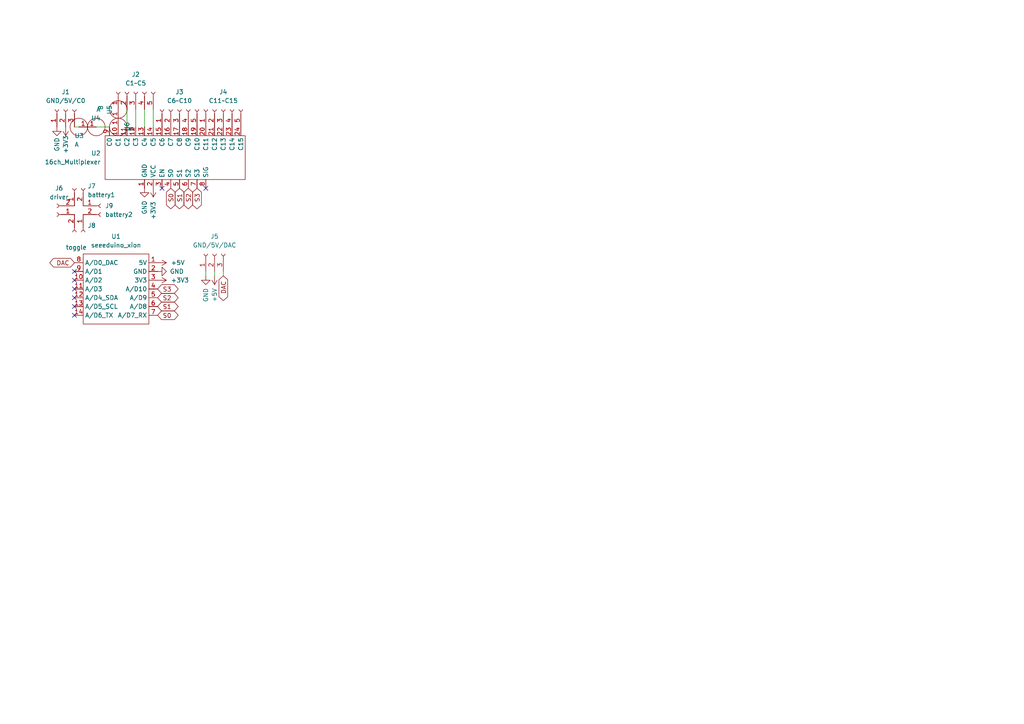
<source format=kicad_sch>
(kicad_sch (version 20211123) (generator eeschema)
  (paper "A4")
  (lib_symbols
    (symbol "Connector:Conn_01x02_Female" (pin_names (offset 1.016) hide)
      (property "Reference" "J" (at 0 2.54 0))
      (property "Value" "Conn_01x02_Female" (at 0 -5.08 0))
      (symbol "Conn_01x02_Female_1_1"
        (arc (start 0 -2.032) (mid -0.508 -2.54) (end 0 -3.048) (stroke (width 0.1524)))
        (polyline (pts (xy -1.27 -2.54) (xy -0.508 -2.54)) (stroke (width 0.1524)))
        (polyline (pts (xy -1.27 0) (xy -0.508 0)) (stroke (width 0.1524)))
        (arc (start 0 0.508) (mid -0.508 0) (end 0 -0.508) (stroke (width 0.1524)))
        (pin passive line (at -5.08 0 0) (length 3.81) (name "Pin_1") (number "1"))
        (pin passive line (at -5.08 -2.54 0) (length 3.81) (name "Pin_2") (number "2"))
      )
    )
    (symbol "Connector:Conn_01x03_Female" (pin_names (offset 1.016) hide)
      (property "Reference" "J" (at 0 5.08 0))
      (property "Value" "Conn_01x03_Female" (at 0 -5.08 0))
      (symbol "Conn_01x03_Female_1_1"
        (arc (start 0 -2.032) (mid -0.508 -2.54) (end 0 -3.048) (stroke (width 0.1524)))
        (polyline (pts (xy -1.27 -2.54) (xy -0.508 -2.54)) (stroke (width 0.1524)))
        (polyline (pts (xy -1.27 0) (xy -0.508 0)) (stroke (width 0.1524)))
        (polyline (pts (xy -1.27 2.54) (xy -0.508 2.54)) (stroke (width 0.1524)))
        (arc (start 0 0.508) (mid -0.508 0) (end 0 -0.508) (stroke (width 0.1524)))
        (arc (start 0 3.048) (mid -0.508 2.54) (end 0 2.032) (stroke (width 0.1524)))
        (pin passive line (at -5.08 2.54 0) (length 3.81) (name "Pin_1") (number "1"))
        (pin passive line (at -5.08 0 0) (length 3.81) (name "Pin_2") (number "2"))
        (pin passive line (at -5.08 -2.54 0) (length 3.81) (name "Pin_3") (number "3"))
      )
    )
    (symbol "Connector:Conn_01x05_Female" (pin_names (offset 1.016) hide)
      (property "Reference" "J" (at 0 7.62 0))
      (property "Value" "Conn_01x05_Female" (at 0 -7.62 0))
      (symbol "Conn_01x05_Female_1_1"
        (arc (start 0 -4.572) (mid -0.508 -5.08) (end 0 -5.588) (stroke (width 0.1524)))
        (arc (start 0 -2.032) (mid -0.508 -2.54) (end 0 -3.048) (stroke (width 0.1524)))
        (polyline (pts (xy -1.27 -5.08) (xy -0.508 -5.08)) (stroke (width 0.1524)))
        (polyline (pts (xy -1.27 -2.54) (xy -0.508 -2.54)) (stroke (width 0.1524)))
        (polyline (pts (xy -1.27 0) (xy -0.508 0)) (stroke (width 0.1524)))
        (polyline (pts (xy -1.27 2.54) (xy -0.508 2.54)) (stroke (width 0.1524)))
        (polyline (pts (xy -1.27 5.08) (xy -0.508 5.08)) (stroke (width 0.1524)))
        (arc (start 0 0.508) (mid -0.508 0) (end 0 -0.508) (stroke (width 0.1524)))
        (arc (start 0 3.048) (mid -0.508 2.54) (end 0 2.032) (stroke (width 0.1524)))
        (arc (start 0 5.588) (mid -0.508 5.08) (end 0 4.572) (stroke (width 0.1524)))
        (pin passive line (at -5.08 5.08 0) (length 3.81) (name "Pin_1") (number "1"))
        (pin passive line (at -5.08 2.54 0) (length 3.81) (name "Pin_2") (number "2"))
        (pin passive line (at -5.08 0 0) (length 3.81) (name "Pin_3") (number "3"))
        (pin passive line (at -5.08 -2.54 0) (length 3.81) (name "Pin_4") (number "4"))
        (pin passive line (at -5.08 -5.08 0) (length 3.81) (name "Pin_5") (number "5"))
      )
    )
    (symbol "Multiplexer:16ch_Multiplexer"
      (property "Reference" "U" (at 0 0 0))
      (property "Value" "16ch_Multiplexer" (at 0 0 0))
      (symbol "16ch_Multiplexer_0_1"
        (rectangle (start -20.32 -7.62) (end 20.32 -20.32))
      )
      (symbol "16ch_Multiplexer_1_1"
        (pin input line (at -8.89 -22.86 90) (length 2.54) (name "GND") (number "1"))
        (pin input line (at -16.51 -5.08 270) (length 2.54) (name "C1") (number "10"))
        (pin input line (at -13.97 -5.08 270) (length 2.54) (name "C2") (number "11"))
        (pin input line (at -11.43 -5.08 270) (length 2.54) (name "C3") (number "12"))
        (pin input line (at -8.89 -5.08 270) (length 2.54) (name "C4") (number "13"))
        (pin input line (at -6.35 -5.08 270) (length 2.54) (name "C5") (number "14"))
        (pin input line (at -3.81 -5.08 270) (length 2.54) (name "C6") (number "15"))
        (pin input line (at -1.27 -5.08 270) (length 2.54) (name "C7") (number "16"))
        (pin input line (at 1.27 -5.08 270) (length 2.54) (name "C8") (number "17"))
        (pin input line (at 3.81 -5.08 270) (length 2.54) (name "C9") (number "18"))
        (pin input line (at 6.35 -5.08 270) (length 2.54) (name "C10") (number "19"))
        (pin input line (at -6.35 -22.86 90) (length 2.54) (name "VCC") (number "2"))
        (pin input line (at 8.89 -5.08 270) (length 2.54) (name "C11") (number "20"))
        (pin input line (at 11.43 -5.08 270) (length 2.54) (name "C12") (number "21"))
        (pin input line (at 13.97 -5.08 270) (length 2.54) (name "C13") (number "22"))
        (pin input line (at 16.51 -5.08 270) (length 2.54) (name "C14") (number "23"))
        (pin input line (at 19.05 -5.08 270) (length 2.54) (name "C15") (number "24"))
        (pin input line (at -3.81 -22.86 90) (length 2.54) (name "EN") (number "3"))
        (pin input line (at -1.27 -22.86 90) (length 2.54) (name "S0") (number "4"))
        (pin input line (at 1.27 -22.86 90) (length 2.54) (name "S1") (number "5"))
        (pin input line (at 3.81 -22.86 90) (length 2.54) (name "S2") (number "6"))
        (pin input line (at 6.35 -22.86 90) (length 2.54) (name "S3") (number "7"))
        (pin input line (at 8.89 -22.86 90) (length 2.54) (name "SIG") (number "8"))
        (pin input line (at -19.05 -5.08 270) (length 2.54) (name "C0") (number "9"))
      )
    )
    (symbol "jampa:jampa_1pin"
      (property "Reference" "U" (at 0 0 0))
      (property "Value" "jampa_1pin" (at 0 0 0))
      (symbol "jampa_1pin_0_1"
        (circle (center 0 -5.08) (radius 2.54))
      )
      (symbol "jampa_1pin_1_1"
        (pin input line (at 0 -5.08 180) (length 2.54) (name "") (number "1"))
      )
    )
    (symbol "power:+3V3" (power) (pin_names (offset 0))
      (property "Value" "+3V3" (at 0 3.556 0))
      (symbol "+3V3_0_1"
        (polyline (pts (xy -0.762 1.27) (xy 0 2.54)))
        (polyline (pts (xy 0 0) (xy 0 2.54)))
        (polyline (pts (xy 0 2.54) (xy 0.762 1.27)))
      )
      (symbol "+3V3_1_1"
        (pin power_in line (at 0 0 90) (length 0) hide (name "+3V3") (number "1"))
      )
    )
    (symbol "power:+5V" (power) (pin_names (offset 0))
      (property "Value" "+5V" (at 0 3.556 0))
      (symbol "+5V_0_1"
        (polyline (pts (xy -0.762 1.27) (xy 0 2.54)))
        (polyline (pts (xy 0 0) (xy 0 2.54)))
        (polyline (pts (xy 0 2.54) (xy 0.762 1.27)))
      )
      (symbol "+5V_1_1"
        (pin power_in line (at 0 0 90) (length 0) hide (name "+5V") (number "1"))
      )
    )
    (symbol "power:GND" (power) (pin_names (offset 0))
      (property "Value" "GND" (at 0 -3.81 0))
      (symbol "GND_0_1"
        (polyline (pts (xy 0 0) (xy 0 -1.27) (xy 1.27 -1.27) (xy 0 -2.54) (xy -1.27 -1.27) (xy 0 -1.27)))
      )
      (symbol "GND_1_1"
        (pin power_in line (at 0 0 270) (length 0) hide (name "GND") (number "1"))
      )
    )
    (symbol "seeeduino_xiao:seeeduino_xion"
      (property "Reference" "U" (at 0 0 0))
      (property "Value" "seeeduino_xion" (at 0 0 0))
      (symbol "seeeduino_xion_0_1"
        (rectangle (start -10.16 -1.27) (end 8.89 -21.59))
      )
      (symbol "seeeduino_xion_1_1"
        (pin input line (at 11.43 -3.81 180) (length 2.54) (name "5V") (number "1"))
        (pin input line (at -12.7 -8.89 0) (length 2.54) (name "A/D2") (number "10"))
        (pin input line (at -12.7 -11.43 0) (length 2.54) (name "A/D3") (number "11"))
        (pin input line (at -12.7 -13.97 0) (length 2.54) (name "A/D4_SDA") (number "12"))
        (pin input line (at -12.7 -16.51 0) (length 2.54) (name "A/D5_SCL") (number "13"))
        (pin input line (at -12.7 -19.05 0) (length 2.54) (name "A/D6_TX") (number "14"))
        (pin input line (at 11.43 -6.35 180) (length 2.54) (name "GND") (number "2"))
        (pin input line (at 11.43 -8.89 180) (length 2.54) (name "3V3") (number "3"))
        (pin input line (at 11.43 -11.43 180) (length 2.54) (name "A/D10") (number "4"))
        (pin input line (at 11.43 -13.97 180) (length 2.54) (name "A/D9") (number "5"))
        (pin input line (at 11.43 -16.51 180) (length 2.54) (name "A/D8") (number "6"))
        (pin input line (at 11.43 -19.05 180) (length 2.54) (name "A/D7_RX") (number "7"))
        (pin input line (at -12.7 -3.81 0) (length 2.54) (name "A/D0_DAC") (number "8"))
        (pin input line (at -12.7 -6.35 0) (length 2.54) (name "A/D1") (number "9"))
      )
    )
  )
  (no_connect (at 59.69 54.61))
  (no_connect (at 21.59 81.28))
  (no_connect (at 21.59 83.82))
  (no_connect (at 21.59 88.9))
  (no_connect (at 21.59 91.44))
  (no_connect (at 21.59 78.74))
  (no_connect (at 21.59 86.36))
  (no_connect (at 46.99 54.61))
  (wire (pts (xy 39.37 31.75) (xy 39.37 36.83)))
  (wire (pts (xy 41.91 31.75) (xy 41.91 36.83)))
  (wire (pts (xy 27.94 36.83) (xy 31.75 36.83)))
  (wire (pts (xy 44.45 31.75) (xy 44.45 36.83)))
  (wire (pts (xy 62.23 80.01) (xy 62.23 78.74)))
  (wire (pts (xy 59.69 80.01) (xy 59.69 78.74)))
  (wire (pts (xy 22.86 36.83) (xy 21.59 36.83)))
  (wire (pts (xy 36.83 31.75) (xy 36.83 36.83)))
  (wire (pts (xy 64.77 80.01) (xy 64.77 78.74)))
  (global_label "DAC" (shape bidirectional) (at 21.59 76.2 180) (property "Intersheet References" "${INTERSHEET_REFS}" (effects hide)))
  (global_label "S3" (shape bidirectional) (at 45.72 83.82 0) (property "Intersheet References" "${INTERSHEET_REFS}" (effects hide)))
  (global_label "S0" (shape bidirectional) (at 49.53 54.61 270) (property "Intersheet References" "${INTERSHEET_REFS}" (effects hide)))
  (global_label "S1" (shape bidirectional) (at 45.72 88.9 0) (property "Intersheet References" "${INTERSHEET_REFS}" (effects hide)))
  (global_label "S3" (shape bidirectional) (at 57.15 54.61 270) (property "Intersheet References" "${INTERSHEET_REFS}" (effects hide)))
  (global_label "S2" (shape bidirectional) (at 45.72 86.36 0) (property "Intersheet References" "${INTERSHEET_REFS}" (effects hide)))
  (global_label "S2" (shape bidirectional) (at 54.61 54.61 270) (property "Intersheet References" "${INTERSHEET_REFS}" (effects hide)))
  (global_label "DAC" (shape bidirectional) (at 64.77 80.01 270) (property "Intersheet References" "${INTERSHEET_REFS}" (effects hide)))
  (global_label "S1" (shape bidirectional) (at 52.07 54.61 270) (property "Intersheet References" "${INTERSHEET_REFS}" (effects hide)))
  (global_label "S0" (shape bidirectional) (at 45.72 91.44 0) (property "Intersheet References" "${INTERSHEET_REFS}" (effects hide)))
  (symbol (lib_id "Connector:Conn_01x05_Female") (at 39.37 26.67 90) (unit 1)
    (property "Reference" "J2" (at 39.37 21.59 90))
    (property "Value" "C1~C5" (at 39.37 24.13 90))
    (property "Footprint" "Connector_PinSocket_2.54mm:PinSocket_1x05_P2.54mm_Vertical" (effects hide))
  )
  (symbol (lib_id "power:+3V3") (at 45.72 81.28 270) (mirror x) (unit 1)
    (property "Reference" "#PWR0105" (effects hide))
    (property "Value" "+3V3" (at 49.53 81.2799 90) (effects (justify left)))
  )
  (symbol (lib_id "power:GND") (at 16.51 36.83 0) (unit 1)
    (property "Reference" "#PWR0108" (effects hide))
    (property "Value" "GND" (at 16.51 41.91 90))
  )
  (symbol (lib_id "jampa:jampa_1pin") (at 39.37 36.83 270) (unit 1)
    (property "Reference" "U6" (at 36.83 38.1 0) (effects (justify right)))
    (property "Value" "B" (at 38.1 38.1 0) (effects (justify right)))
    (property "Footprint" "Connector_PinSocket_2.54mm:PinSocket_1x01_P2.54mm_Vertical" (effects hide))
  )
  (symbol (lib_id "Connector:Conn_01x02_Female") (at 29.21 59.69 0) (unit 1)
    (property "Reference" "J9" (at 30.48 59.6899 0) (effects (justify left)))
    (property "Value" "battery2" (at 30.48 62.2299 0) (effects (justify left)))
    (property "Footprint" "Connector_PinSocket_2.54mm:PinSocket_1x02_P2.54mm_Vertical" (effects hide))
  )
  (symbol (lib_id "Connector:Conn_01x03_Female") (at 62.23 73.66 90) (unit 1)
    (property "Reference" "J5" (at 62.23 68.58 90))
    (property "Value" "GND/5V/DAC" (at 62.23 71.12 90))
    (property "Footprint" "Connector_PinSocket_2.54mm:PinSocket_1x03_P2.54mm_Vertical" (effects hide))
  )
  (symbol (lib_id "Connector:Conn_01x05_Female") (at 52.07 31.75 90) (unit 1)
    (property "Reference" "J3" (at 52.07 26.67 90))
    (property "Value" "C6~C10" (at 52.07 29.21 90))
    (property "Footprint" "Connector_PinSocket_2.54mm:PinSocket_1x05_P2.54mm_Vertical" (effects hide))
  )
  (symbol (lib_id "jampa:jampa_1pin") (at 29.21 31.75 90) (unit 1)
    (property "Reference" "U5" (at 31.75 30.48 0) (effects (justify right)))
    (property "Value" "B" (at 29.21 30.48 0) (effects (justify right)))
    (property "Footprint" "Connector_PinSocket_2.54mm:PinSocket_1x01_P2.54mm_Vertical" (effects hide))
  )
  (symbol (lib_id "power:+3V3") (at 19.05 36.83 180) (unit 1)
    (property "Reference" "#PWR0107" (effects hide))
    (property "Value" "+3V3" (at 19.05 41.91 90))
  )
  (symbol (lib_id "power:GND") (at 41.91 54.61 0) (unit 1)
    (property "Reference" "#PWR0102" (effects hide))
    (property "Value" "GND" (at 41.91 62.23 90) (effects (justify left)))
  )
  (symbol (lib_id "seeeduino_xiao:seeeduino_xion") (at 34.29 72.39 0) (unit 1)
    (property "Reference" "U1" (at 33.655 68.58 0))
    (property "Value" "seeeduino_xion" (at 33.655 71.12 0))
    (property "Footprint" "seeeduino_xiao:seeeduino_xiao" (effects hide))
  )
  (symbol (lib_id "Connector:Conn_01x03_Female") (at 19.05 31.75 90) (unit 1)
    (property "Reference" "J1" (at 19.05 26.67 90))
    (property "Value" "GND/5V/C0" (at 19.05 29.21 90))
    (property "Footprint" "Connector_PinSocket_2.54mm:PinSocket_1x03_P2.54mm_Vertical" (effects hide))
  )
  (symbol (lib_id "jampa:jampa_1pin") (at 27.94 31.75 0) (unit 1)
    (property "Reference" "U4" (at 29.21 34.29 0) (effects (justify right)))
    (property "Value" "A" (at 29.21 31.75 0) (effects (justify right)))
    (property "Footprint" "Connector_PinSocket_2.54mm:PinSocket_1x01_P2.54mm_Vertical" (effects hide))
  )
  (symbol (lib_id "Multiplexer:16ch_Multiplexer") (at 50.8 31.75 0) (unit 1)
    (property "Reference" "U2" (at 29.21 44.4499 0) (effects (justify right)))
    (property "Value" "16ch_Multiplexer" (at 29.21 46.9899 0) (effects (justify right)))
    (property "Footprint" "Multiplexer:16ch_Multiplexer" (effects hide))
  )
  (symbol (lib_id "Connector:Conn_01x05_Female") (at 64.77 31.75 90) (unit 1)
    (property "Reference" "J4" (at 64.77 26.67 90))
    (property "Value" "C11~C15" (at 64.77 29.21 90))
    (property "Footprint" "Connector_PinSocket_2.54mm:PinSocket_1x05_P2.54mm_Vertical" (effects hide))
  )
  (symbol (lib_id "power:GND") (at 45.72 78.74 90) (mirror x) (unit 1)
    (property "Reference" "#PWR0103" (effects hide))
    (property "Value" "GND" (at 53.34 78.74 90) (effects (justify left)))
  )
  (symbol (lib_id "Connector:Conn_01x02_Female") (at 24.13 67.31 270) (unit 1)
    (property "Reference" "J8" (at 25.4 65.4049 90) (effects (justify left)))
    (property "Value" "toggle" (at 19.05 71.7549 90) (effects (justify left)))
    (property "Footprint" "Connector_PinSocket_2.54mm:PinSocket_1x02_P2.54mm_Vertical" (effects hide))
  )
  (symbol (lib_id "power:+5V") (at 62.23 80.01 180) (unit 1)
    (property "Reference" "#PWR0109" (effects hide))
    (property "Value" "+5V" (at 62.23 87.63 90) (effects (justify right)))
  )
  (symbol (lib_id "Connector:Conn_01x02_Female") (at 21.59 54.61 90) (unit 1)
    (property "Reference" "J7" (at 25.4 53.9749 90) (effects (justify right)))
    (property "Value" "battery1" (at 25.4 56.5149 90) (effects (justify right)))
    (property "Footprint" "Connector_PinSocket_2.54mm:PinSocket_1x02_P2.54mm_Vertical" (effects hide))
  )
  (symbol (lib_id "Connector:Conn_01x02_Female") (at 16.51 62.23 180) (unit 1)
    (property "Reference" "J6" (at 17.145 54.61 0))
    (property "Value" "driver" (at 17.145 57.15 0))
    (property "Footprint" "Connector_PinSocket_2.54mm:PinSocket_1x02_P2.54mm_Vertical" (effects hide))
  )
  (symbol (lib_id "power:GND") (at 59.69 80.01 0) (mirror y) (unit 1)
    (property "Reference" "#PWR0106" (effects hide))
    (property "Value" "GND" (at 59.69 87.63 90) (effects (justify left)))
  )
  (symbol (lib_id "jampa:jampa_1pin") (at 22.86 41.91 180) (unit 1)
    (property "Reference" "U3" (at 21.59 39.37 0) (effects (justify right)))
    (property "Value" "A" (at 21.59 41.91 0) (effects (justify right)))
    (property "Footprint" "Connector_PinSocket_2.54mm:PinSocket_1x01_P2.54mm_Vertical" (effects hide))
  )
  (symbol (lib_id "power:+5V") (at 45.72 76.2 270) (unit 1)
    (property "Reference" "#PWR0104" (effects hide))
    (property "Value" "+5V" (at 49.53 76.1999 90) (effects (justify left)))
  )
  (symbol (lib_id "power:+3V3") (at 44.45 54.61 180) (unit 1)
    (property "Reference" "#PWR0101" (effects hide))
    (property "Value" "+3V3" (at 44.4499 58.42 90) (effects (justify left)))
  )
)
</source>
